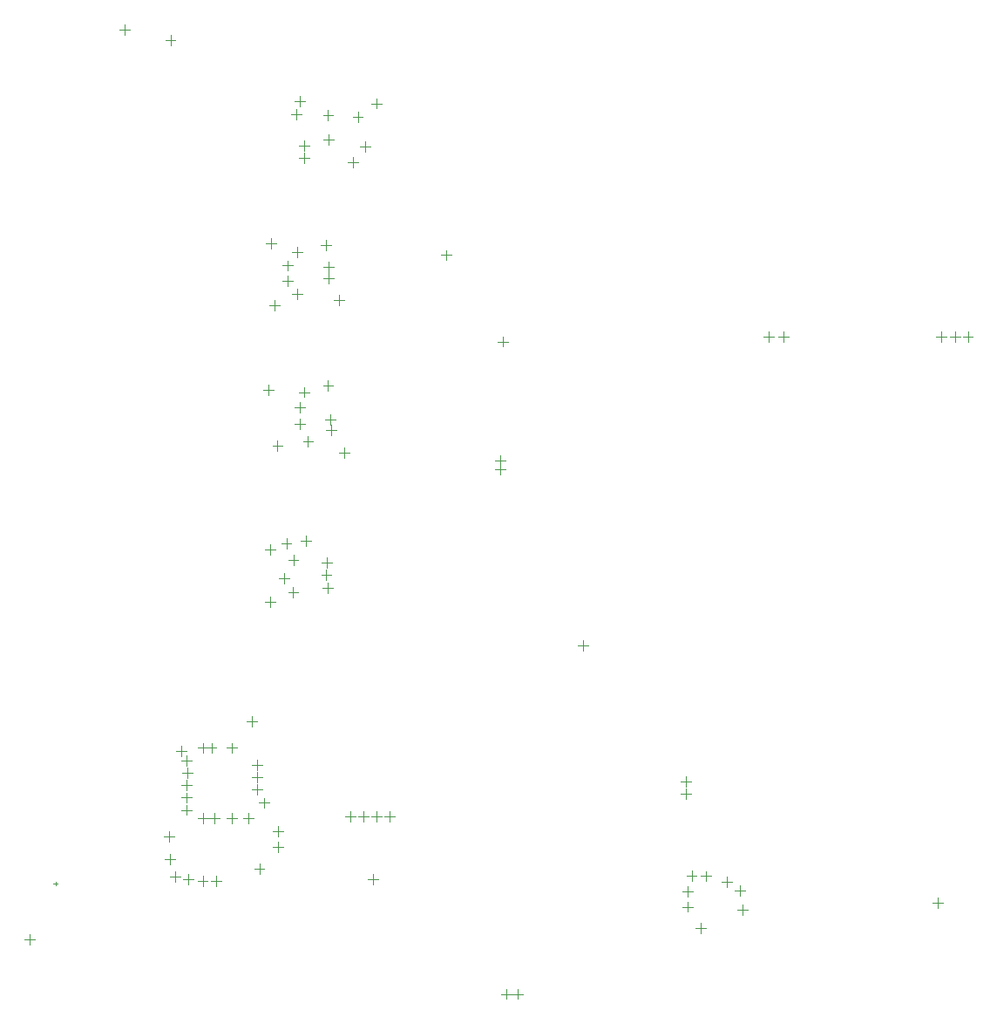
<source format=gbr>
G04*
G04 #@! TF.GenerationSoftware,Altium Limited,Altium Designer,24.2.2 (26)*
G04*
G04 Layer_Color=32896*
%FSLAX25Y25*%
%MOIN*%
G70*
G04*
G04 #@! TF.SameCoordinates,383E0004-DF84-4F77-A050-2B2E5B934949*
G04*
G04*
G04 #@! TF.FilePolarity,Positive*
G04*
G01*
G75*
%ADD17C,0.00394*%
D17*
X123494Y-309554D02*
Y-305617D01*
X121526Y-307585D02*
X125463D01*
X70079Y-14173D02*
Y-10236D01*
X68110Y-12205D02*
X72047D01*
X33775Y-361854D02*
Y-357917D01*
X31807Y-359885D02*
X35744D01*
X42992Y-338458D02*
X44409D01*
X43701Y-339167D02*
Y-337749D01*
X320276Y-129436D02*
X324213D01*
X322244Y-131405D02*
Y-127468D01*
X390748Y-129436D02*
X394685D01*
X392717Y-131405D02*
Y-127468D01*
X380512Y-129436D02*
X384449D01*
X382480Y-131405D02*
Y-127468D01*
X385827Y-129436D02*
X389764D01*
X387795Y-131405D02*
Y-127468D01*
X314523Y-129436D02*
X318460D01*
X316492Y-131405D02*
Y-127468D01*
X87697Y-18110D02*
Y-14173D01*
X85728Y-16142D02*
X89665D01*
X169646Y-312761D02*
X173583D01*
X171615Y-314729D02*
Y-310792D01*
X163089Y-336680D02*
X167026D01*
X165058Y-338649D02*
Y-334712D01*
X156615Y-314729D02*
Y-310792D01*
X154647Y-312761D02*
X158583D01*
X159646Y-312761D02*
X163583D01*
X161615Y-314729D02*
Y-310792D01*
X164646Y-312761D02*
X168583D01*
X166615Y-314729D02*
Y-310792D01*
X87478Y-331040D02*
Y-327103D01*
X85510Y-329072D02*
X89447D01*
X119746Y-332749D02*
X123683D01*
X121714Y-334717D02*
Y-330780D01*
X105178Y-339308D02*
Y-335371D01*
X103209Y-337339D02*
X107147D01*
X126906Y-318518D02*
X130843D01*
X128874Y-320487D02*
Y-316550D01*
X126906Y-324432D02*
X130843D01*
X128874Y-326400D02*
Y-322463D01*
X117544Y-315498D02*
Y-311561D01*
X115576Y-313530D02*
X119513D01*
X111245Y-315498D02*
Y-311561D01*
X109277Y-313529D02*
X113214D01*
X104552Y-315498D02*
Y-311561D01*
X102584Y-313530D02*
X106521D01*
X100030Y-339308D02*
Y-335371D01*
X98061Y-337339D02*
X101998D01*
X94611Y-338646D02*
Y-334709D01*
X92643Y-336678D02*
X96580D01*
X89614Y-337616D02*
Y-333679D01*
X87646Y-335648D02*
X91583D01*
X100222Y-315498D02*
Y-311561D01*
X98253Y-313530D02*
X102190D01*
X91855Y-310282D02*
X95792D01*
X93824Y-312250D02*
Y-308313D01*
X91855Y-305557D02*
X95792D01*
X93824Y-307526D02*
Y-303589D01*
X85284Y-320302D02*
X89221D01*
X87252Y-322271D02*
Y-318334D01*
X120792Y-304376D02*
Y-300439D01*
X118824Y-302408D02*
X122761D01*
X118824Y-297683D02*
X122761D01*
X120792Y-299652D02*
Y-295715D01*
X118824Y-292959D02*
X122761D01*
X120792Y-294927D02*
Y-290990D01*
X111245Y-288530D02*
Y-284593D01*
X109277Y-286561D02*
X113214D01*
X103371Y-288530D02*
Y-284593D01*
X101403Y-286561D02*
X105340D01*
X100222Y-288530D02*
Y-284593D01*
X98253Y-286561D02*
X102190D01*
X116954Y-276316D02*
X120891D01*
X118922Y-278284D02*
Y-274347D01*
X92151Y-296189D02*
X96088D01*
X94119Y-298158D02*
Y-294221D01*
X91855Y-300833D02*
X95792D01*
X93824Y-302801D02*
Y-298864D01*
X91855Y-291384D02*
X95792D01*
X93824Y-293352D02*
Y-289415D01*
X89823Y-287841D02*
X93760D01*
X91792Y-289809D02*
Y-285872D01*
X134245Y-113204D02*
X138182D01*
X136213Y-115173D02*
Y-111236D01*
X132503Y-109925D02*
Y-105988D01*
X130535Y-107957D02*
X134472D01*
X134245Y-97060D02*
X138182D01*
X136213Y-99028D02*
Y-95091D01*
X132504Y-104202D02*
Y-100265D01*
X130535Y-102233D02*
X134472D01*
X126303Y-95675D02*
Y-91738D01*
X124334Y-93707D02*
X128271D01*
X136868Y-61190D02*
X140805D01*
X138837Y-63159D02*
Y-59222D01*
X136868Y-56453D02*
X140805D01*
X138837Y-58421D02*
Y-54484D01*
X135767Y-46449D02*
Y-42512D01*
X133799Y-44481D02*
X137736D01*
X137221Y-41338D02*
Y-37401D01*
X135253Y-39370D02*
X139190D01*
X146151Y-107043D02*
X150088D01*
X148119Y-109012D02*
Y-105075D01*
X146306Y-102713D02*
X150243D01*
X148275Y-104681D02*
Y-100744D01*
X145315Y-94445D02*
X149252D01*
X147284Y-96413D02*
Y-92476D01*
X146194Y-54090D02*
X150131D01*
X148163Y-56059D02*
Y-52122D01*
X148016Y-46610D02*
Y-42673D01*
X146047Y-44642D02*
X149984D01*
X152075Y-117279D02*
Y-113342D01*
X150107Y-115311D02*
X154044D01*
X157617Y-64649D02*
Y-60712D01*
X155649Y-62680D02*
X159586D01*
X157420Y-45429D02*
X161357D01*
X159389Y-47398D02*
Y-43461D01*
X131323Y-223686D02*
Y-219749D01*
X129354Y-221717D02*
X133291D01*
X125754Y-232634D02*
Y-228697D01*
X123785Y-230665D02*
X127722D01*
X132706Y-227212D02*
X136643D01*
X134674Y-229181D02*
Y-225243D01*
X132738Y-214622D02*
X136675D01*
X134706Y-216590D02*
Y-212653D01*
X125885Y-212752D02*
Y-208815D01*
X123916Y-210783D02*
X127853D01*
X132049Y-210390D02*
Y-206453D01*
X130080Y-208421D02*
X134017D01*
X139545Y-209275D02*
Y-205338D01*
X137577Y-207306D02*
X141514D01*
X126697Y-171216D02*
X130633D01*
X128665Y-173185D02*
Y-169248D01*
X123319Y-149829D02*
X127256D01*
X125288Y-151797D02*
Y-147860D01*
X125688Y-117391D02*
X129625D01*
X127657Y-119359D02*
Y-115422D01*
X138360Y-169363D02*
X142297D01*
X140328Y-171332D02*
Y-167395D01*
X137221Y-164646D02*
Y-160709D01*
X135253Y-162678D02*
X139190D01*
X137206Y-158271D02*
Y-154334D01*
X135238Y-156302D02*
X139175D01*
X136868Y-150603D02*
X140805D01*
X138837Y-152572D02*
Y-148635D01*
X145842Y-225547D02*
X149779D01*
X147811Y-227516D02*
Y-223579D01*
X145370Y-220419D02*
X149307D01*
X147339Y-222387D02*
Y-218450D01*
X145614Y-215804D02*
X149551D01*
X147583Y-217772D02*
Y-213835D01*
X147095Y-165114D02*
X151032D01*
X149063Y-167083D02*
Y-163146D01*
X146890Y-160980D02*
X150827D01*
X148858Y-162949D02*
Y-159012D01*
X148007Y-150154D02*
Y-146216D01*
X146038Y-148185D02*
X149975D01*
X154247Y-175622D02*
Y-171685D01*
X152278Y-173653D02*
X156215D01*
X166493Y-42233D02*
Y-38296D01*
X164525Y-40264D02*
X168462D01*
X213811Y-178628D02*
Y-174691D01*
X211843Y-176659D02*
X215780D01*
X212870Y-131271D02*
X216807D01*
X214839Y-133240D02*
Y-129303D01*
X213869Y-182009D02*
Y-178072D01*
X211900Y-180040D02*
X215838D01*
X300530Y-339631D02*
Y-335694D01*
X298562Y-337662D02*
X302499D01*
X193094Y-100216D02*
Y-96279D01*
X191126Y-98247D02*
X195062D01*
X216120Y-382569D02*
Y-378631D01*
X214151Y-380600D02*
X218088D01*
X288685Y-355466D02*
X292622D01*
X290654Y-357435D02*
Y-353498D01*
X305496Y-343065D02*
Y-339128D01*
X303528Y-341096D02*
X307465D01*
X306479Y-350466D02*
Y-346529D01*
X304510Y-348498D02*
X308447D01*
X285418Y-349244D02*
Y-345307D01*
X283449Y-347276D02*
X287386D01*
X285418Y-343339D02*
Y-339402D01*
X283449Y-341370D02*
X287386D01*
X285080Y-335482D02*
X289017D01*
X287049Y-337451D02*
Y-333514D01*
X290654Y-335586D02*
X294591D01*
X292622Y-337555D02*
Y-333617D01*
X283006Y-299306D02*
X286943D01*
X284975Y-301275D02*
Y-297338D01*
X379134Y-345827D02*
X383071D01*
X381102Y-347795D02*
Y-343858D01*
X218451Y-380600D02*
X222388D01*
X220420Y-382569D02*
Y-378631D01*
X245573Y-249386D02*
Y-245449D01*
X243605Y-247417D02*
X247542D01*
X162294Y-58814D02*
Y-54877D01*
X160326Y-56845D02*
X164263D01*
X284975Y-305999D02*
Y-302062D01*
X283006Y-304031D02*
X286943D01*
M02*

</source>
